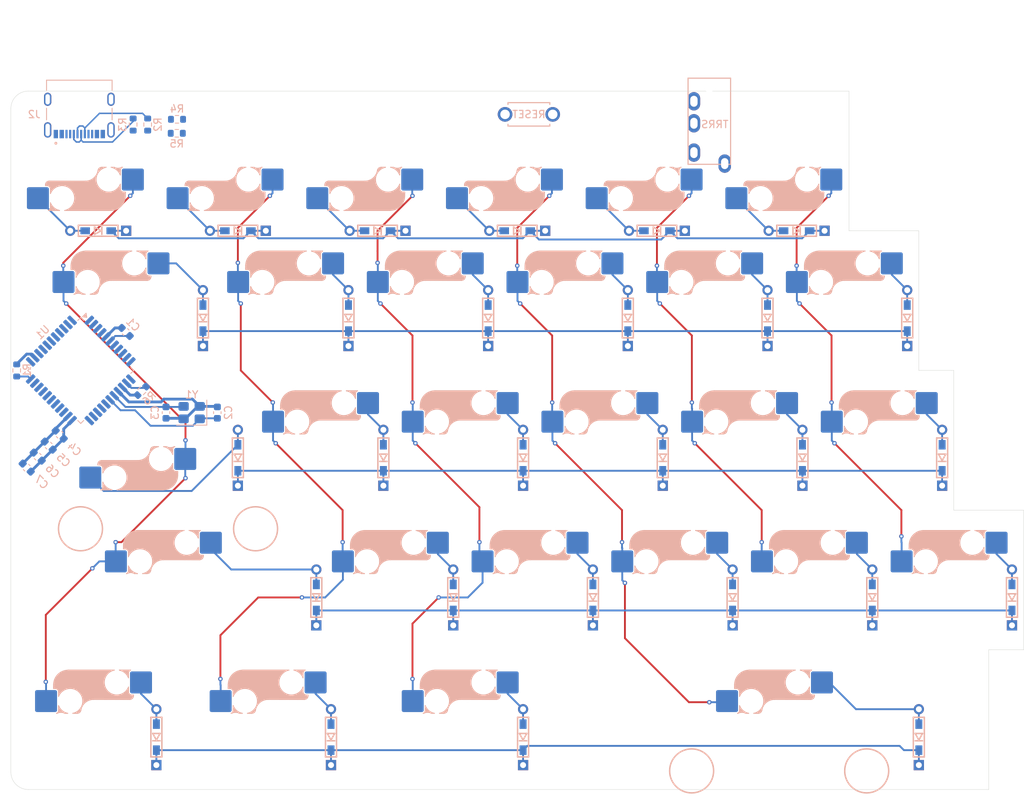
<source format=kicad_pcb>
(kicad_pcb (version 20241229) (generator "pcbnew") (generator_version "9.0")
  (layers (0 "F.Cu" signal) (2 "B.Cu" signal) (13 "F.Paste" user) (15 "B.Paste" user) (5 "F.SilkS" user "F.Silkscreen") (7 "B.SilkS" user "B.Silkscreen") (1 "F.Mask" user) (3 "B.Mask" user) (25 "Edge.Cuts" user))
  (net 0 "")
  (net 1 "GND")
  (net 2 "Net-(U1-UCAP)")
  (net 3 "XTAL1")
  (net 4 "XTAL2")
  (net 5 "VCC")
  (net 6 "Net-(D1-A)")
  (net 7 "row0")
  (net 8 "Net-(D2-A)")
  (net 9 "Net-(D3-A)")
  (net 10 "Net-(D4-A)")
  (net 11 "Net-(D5-A)")
  (net 12 "Net-(D6-A)")
  (net 13 "Net-(D7-A)")
  (net 14 "row1")
  (net 15 "Net-(D8-A)")
  (net 16 "Net-(D9-A)")
  (net 17 "Net-(D10-A)")
  (net 18 "Net-(D11-A)")
  (net 19 "Net-(D12-A)")
  (net 20 "Net-(D13-A)")
  (net 21 "row2")
  (net 22 "Net-(D14-A)")
  (net 23 "Net-(D15-A)")
  (net 24 "Net-(D16-A)")
  (net 25 "Net-(D17-A)")
  (net 26 "Net-(D18-A)")
  (net 27 "Net-(D19-A)")
  (net 28 "row3")
  (net 29 "Net-(D20-A)")
  (net 30 "Net-(D21-A)")
  (net 31 "Net-(D22-A)")
  (net 32 "Net-(D23-A)")
  (net 33 "Net-(D24-A)")
  (net 34 "Net-(D25-A)")
  (net 35 "row4")
  (net 36 "Net-(D26-A)")
  (net 37 "Net-(D27-A)")
  (net 38 "Net-(D28-A)")
  (net 41 "Reset")
  (net 44 "D-")
  (net 46 "Net-(J2-CC2)")
  (net 47 "Net-(J2-CC1)")
  (net 48 "D+")
  (net 50 "data")
  (net 51 "Net-(U1-~{HWB}{slash}PE2)")
  (net 52 "Net-(U1-D+)")
  (net 53 "Net-(U1-D-)")
  (net 54 "col0")
  (net 55 "col1")
  (net 56 "col2")
  (net 57 "col3")
  (net 58 "col4")
  (net 59 "col5")
  (footprint "keyswitch:CherryMX_Hotswap_via_3U" (layer "F.Cu") (at 188.11875 142.875)
    (property "Reference" "SW28")
    (property "Value" "Space")
  )
  (footprint "others:D3_TH_SMD" (layer "F.Cu") (at 129.38125 88.10625 90)
    (property "Reference" "D8" (hide yes))
    (property "Value" "1N4148" (hide yes))
  )
  (footprint "keyswitch:CherryMX_Hotswap_via_1U" (layer "F.Cu") (at 150.01875 66.675 180)
    (property "Reference" "SW4")
    (property "Value" "3")
  )
  (footprint "others:D3_TH_SMD" (layer "F.Cu") (at 181.76875 126.20625 90)
    (property "Reference" "D22" (hide yes))
    (property "Value" "1N4148" (hide yes))
  )
  (footprint "others:D3_TH_SMD" (layer "F.Cu") (at 191.29375 107.15625 90)
    (property "Reference" "D17" (hide yes))
    (property "Value" "1N4148" (hide yes))
  )
  (footprint "keyswitch:CherryMX_Hotswap_via_1U" (layer "F.Cu") (at 202.40625 104.775)
    (property "Reference" "SW18")
    (property "Value" "G")
  )
  (footprint "others:D3_TH_SMD" (layer "F.Cu") (at 152.4 76.2 180)
    (property "Reference" "D4" (hide yes))
    (property "Value" "1N4148" (hide yes))
  )
  (footprint "keyswitch:CherryMX_Hotswap_via_1U" (layer "F.Cu") (at 178.59375 85.725)
    (property "Reference" "SW11")
    (property "Value" "R")
  )
  (footprint "others:D3_TH_SMD" (layer "F.Cu") (at 153.19375 107.15625 90)
    (property "Reference" "D15" (hide yes))
    (property "Value" "1N4148" (hide yes))
  )
  (footprint "others:D3_TH_SMD" (layer "F.Cu") (at 127 145.25625 90)
    (property "Reference" "D26" (hide yes))
    (property "Value" "1N4148" (hide yes))
  )
  (footprint "stabilizer:Stabilizer_MX_PCB_Mount_2U" (layer "F.Cu") (at 188.11875 142.875 180)
    (property "Reference" "REF**")
    (property "Value" "Stabilizer")
  )
  (footprint "others:D3_TH_SMD" (layer "F.Cu") (at 125 126.20625 90)
    (property "Reference" "D19" (hide yes))
    (property "Value" "1N4148" (hide yes))
  )
  (footprint "others:D3_TH_SMD" (layer "F.Cu") (at 190.5 76.2 180)
    (property "Reference" "D6" (hide yes))
    (property "Value" "1N4148" (hide yes))
  )
  (footprint "keyswitch:CherryMX_Hotswap_via_1U" (layer "F.Cu") (at 169.06875 66.675 180)
    (property "Reference" "SW5")
    (property "Value" "4")
  )
  (footprint "others:D3_TH_SMD" (layer "F.Cu") (at 162.71875 126.20625 90)
    (property "Reference" "D21" (hide yes))
    (property "Value" "1N4148" (hide yes))
  )
  (footprint "keyswitch:CherryMX_Hotswap_via_1.5U" (layer "F.Cu") (at 97.63125 85.725)
    (property "Reference" "SW7")
    (property "Value" "Tab")
  )
  (footprint "keyswitch:CherryMX_Hotswap_via_1U" (layer "F.Cu") (at 173.83125 123.825)
    (property "Reference" "SW22")
    (property "Value" "C")
  )
  (footprint "others:D3_TH_SMD" (layer "F.Cu") (at 133.35 76.2 180)
    (property "Reference" "D3" (hide yes))
    (property "Value" "1N4148" (hide yes))
  )
  (footprint "others:D3_TH_SMD" (layer "F.Cu") (at 172.24375 107.15625 90)
    (property "Reference" "D16" (hide yes))
    (property "Value" "1N4148" (hide yes))
  )
  (footprint "keyswitch:CherryMX_Hotswap_via_1U" (layer "F.Cu") (at 140.49375 85.725)
    (property "Reference" "SW9")
    (property "Value" "W")
  )
  (footprint "keyswitch:CherryMX_Hotswap_via_1U" (layer "F.Cu") (at 154.78125 123.825)
    (property "Reference" "SW21")
    (property "Value" "X")
  )
  (footprint "others:D3_TH_SMD" (layer "F.Cu") (at 143.66875 126.20625 90)
    (property "Reference" "D20" (hide yes))
    (property "Value" "1N4148" (hide yes))
  )
  (footprint "others:D3_TH_SMD" (layer "F.Cu") (at 167.48125 88.10625 90)
    (property "Reference" "D10" (hide yes))
    (property "Value" "1N4148" (hide yes))
  )
  (footprint "keyswitch:CherryMX_Hotswap_via_1.75U" (layer "F.Cu") (at 100.0125 104.775 180)
    (property "Reference" "SW13")
    (property "Value" "Ctrl")
  )
  (footprint "keyswitch:CherryMX_Hotswap_via_1U" (layer "F.Cu") (at 111.91875 66.675 180)
    (property "Reference" "SW2")
    (property "Value" "1")
  )
  (footprint "keyswitch:CherryMX_Hotswap_via_1.25U" (layer "F.Cu") (at 95.25 142.875)
    (property "Reference" "SW25")
    (property "Value" "Ctrl")
  )
  (footprint "others:D3_TH_SMD" (layer "F.Cu") (at 114.3 107.15625 90)
    (property "Reference" "D13" (hide yes))
    (property "Value" "1N4148" (hide yes))
  )
  (footprint "keyswitch:CherryMX_Hotswap_via_1.5U" (layer "F.Cu") (at 145.25625 142.875)
    (property "Reference" "SW27")
    (property "Value" "Alt")
  )
  (footprint "keyswitch:CherryMX_Hotswap_via_1U" (layer "F.Cu") (at 121.44375 85.725)
    (property "Reference" "SW8")
    (property "Value" "Q")
  )
  (footprint "keyswitch:CherryMX_Hotswap_via_2.25U" (layer "F.Cu") (at 104.775 123.825)
    (property "Reference" "SW19")
    (property "Value" "L-Shift")
  )
  (footprint "keyswitch:CherryMX_Hotswap_via_1U" (layer "F.Cu") (at 192.88125 123.825)
    (property "Reference" "SW23")
    (property "Value" "V")
  )
  (footprint "others:D3_TH_SMD" (layer "F.Cu") (at 153.19375 145.25625 90)
    (property "Reference" "D27" (hide yes))
    (property "Value" "1N4148" (hide yes))
  )
  (footprint "keyswitch:CherryMX_Hotswap_via_1U" (layer "F.Cu") (at 159.54375 85.725)
    (property "Reference" "SW10")
    (property "Value" "E")
  )
  (footprint "keyswitch:CherryMX_Hotswap_via_1U" (layer "F.Cu") (at 130.96875 66.675 180)
    (property "Reference" "SW3")
    (property "Value" "2")
  )
  (footprint "keyswitch:CherryMX_Hotswap_via_1U" (layer "F.Cu") (at 164.30625 104.775)
    (property "Reference" "SW16")
    (property "Value" "D")
  )
  (footprint "keyswitch:CherryMX_Hotswap_via_1U" (layer "F.Cu") (at 183.35625 104.775)
    (property "Reference" "SW17")
    (property "Value" "F")
  )
  (footprint "others:D3_TH_SMD" (layer "F.Cu") (at 109.5375 88.10625 90)
    (property "Reference" "D7" (hide yes))
    (property "Value" "1N4148" (hide yes))
  )
  (footprint "others:D3_TH_SMD" (layer "F.Cu") (at 200.81875 126.20625 90)
    (property "Reference" "D23" (hide yes))
    (property "Value" "1N4148" (hide yes))
  )
  (footprint "keyswitch:CherryMX_Hotswap_via_1U" (layer "F.Cu") (at 92.86875 66.675 180)
    (property "Reference" "SW1")
    (property "Value" "esc")
  )
  (footprint "others:D3_TH_SMD" (layer "F.Cu") (at 210.34375 107.15625 90)
    (property "Reference" "D18" (hide yes))
    (property "Value" "1N4148" (hide yes))
  )
  (footprint "keyswitch:CherryMX_Hotswap_via_1U" (layer "F.Cu") (at 135.73125 123.825)
    (property "Reference" "SW20")
    (property "Value" "Z")
  )
  (footprint "keyswitch:CherryMX_Hotswap_via_1U" (layer "F.Cu") (at 188.11875 66.675 180)
    (property "Reference" "SW6")
    (property "Value" "5")
  )
  (footprint "keyswitch:CherryMX_Hotswap_via_1U" (layer "F.Cu") (at 126.20625 104.775)
    (property "Reference" "SW14")
    (property "Value" "A")
  )
  (footprint "others:D3_TH_SMD" (layer "F.Cu") (at 134.14375 107.15625 90)
    (property "Reference" "D14" (hide yes))
    (property "Value" "1N4148" (hide yes))
  )
  (footprint "keyswitch:CherryMX_Hotswap_via_1U" (layer "F.Cu") (at 197.64375 85.725)
    (property "Reference" "SW12")
    (property "Value" "T")
  )
  (footprint "others:D3_TH_SMD" (layer "F.Cu") (at 148.43125 88.10625 90)
    (property "Reference" "D9" (hide yes))
    (property "Value" "1N4148" (hide yes))
  )
  (footprint "others:D3_TH_SMD" (layer "F.Cu") (at 171.45 76.2 180)
    (property "Reference" "D5" (hide yes))
    (property "Value" "1N4148" (hide yes))
  )
  (footprint "others:D3_TH_SMD" (layer "F.Cu") (at 186.53125 88.10625 90)
    (property "Reference" "D11" (hide yes))
    (property "Value" "1N4148" (hide yes))
  )
  (footprint "keyswitch:CherryMX_Hotswap_via_1.25U" (layer "F.Cu") (at 119.0625 142.875)
    (property "Reference" "SW26")
    (property "Value" "Win")
  )
  (footprint "keyswitch:CherryMX_Hotswap_via_1U" (layer "F.Cu") (at 145.25625 104.775)
    (property "Reference" "SW15")
    (property "Value" "S")
  )
  (footprint "stabilizer:Stabilizer_MX_PCB_Mount_2U" (layer "F.Cu") (at 104.775 123.825)
    (property "Reference" "REF**")
    (property "Value" "Stabilizer")
  )
  (footprint "others:D3_TH_SMD" (layer "F.Cu") (at 219.86875 126.20625 90)
    (property "Reference" "D24" (hide yes))
    (property "Value" "1N4148" (hide yes))
  )
  (footprint "keyswitch:CherryMX_Hotswap_via_1U" (layer "F.Cu") (at 211.93125 123.825)
    (property "Reference" "SW24")
    (property "Value" "B")
  )
  (footprint "others:D3_TH_SMD" (layer "F.Cu") (at 95.25 76.2 180)
    (property "Reference" "D1" (hide yes))
    (property "Value" "1N4148" (hide yes))
  )
  (footprint "others:D3_TH_SMD" (layer "F.Cu") (at 103.1875 145.25625 90)
    (property "Reference" "D25" (hide yes))
    (property "Value" "1N4148" (hide yes))
  )
  (footprint "others:D3_TH_SMD" (layer "F.Cu") (at 205.58125 88.10625 90)
    (property "Reference" "D12" (hide yes))
    (property "Value" "1N4148" (hide yes))
  )
  (footprint "others:D3_TH_SMD" (layer "F.Cu") (at 207.16875 145.25625 90)
    (property "Reference" "D28" (hide yes))
    (property "Value" "1N4148" (hide yes))
  )
  (footprint "others:D3_TH_SMD" (layer "F.Cu") (at 114.3 76.2 180)
    (property "Reference" "D2" (hide yes))
    (property "Value" "1N4148" (hide yes))
  )
  (footprint "Capacitor_SMD:C_0603_1608Metric" (layer "B.Cu") (at 104.5 101 90)
    (property "Reference" "C3")
    (property "Value" "22pF")
  )
  (footprint "Capacitor_SMD:C_0603_1608Metric" (layer "B.Cu") (at 111.5 101 -90)
    (property "Reference" "C2")
    (property "Value" "22pF")
  )
  (footprint "Resistor_SMD:R_0603_1608Metric" (layer "B.Cu") (at 106 61 180)
    (property "Reference" "R4")
    (property "Value" "5.1k")
  )
  (footprint "Resistor_SMD:R_0603_1608Metric" (layer "B.Cu") (at 101.997132 61.714218 -90)
    (property "Reference" "R2")
    (property "Value" "22")
  )
  (footprint "Resistor_SMD:R_0603_1608Metric" (layer "B.Cu") (at 84.137712 95.25024 90)
    (property "Reference" "R1")
    (property "Value" "10k")
  )
  (footprint "Crystal:Crystal_SMD_3225-4Pin_3.2x2.5mm" (layer "B.Cu") (at 108 101 180)
    (property "Reference" "Y1")
    (property "Value" "16MHz")
  )
  (footprint "others:Usb_C_NELTRON_5077CR-16SMC2-BK-TR" (layer "B.Cu") (at 92.67825 61.945776)
    (property "Reference" "J2")
    (property "Value" "5077CR-16SMC2-BK-TR")
  )
  (footprint "Capacitor_SMD:C_0603_1608Metric" (layer "B.Cu") (at 88.5 105.5 -45)
    (property "Reference" "C5")
    (property "Value" "0.1uF")
  )
  (footprint "Capacitor_SMD:C_0603_1608Metric" (layer "B.Cu") (at 87 107 -45)
    (property "Reference" "C6")
    (property "Value" "0.1uF")
  )
  (footprint "Resistor_SMD:R_0603_1608Metric" (layer "B.Cu") (at 100.012752 61.714218 -90)
    (property "Reference" "R3")
    (property "Value" "22")
  )
  (footprint "Capacitor_SMD:C_0603_1608Metric" (layer "B.Cu") (at 90 104 -45)
    (property "Reference" "C4")
    (property "Value" "10uF")
  )
  (footprint "Resistor_SMD:R_0603_1608Metric" (layer "B.Cu") (at 101.203125 98.028125 45)
    (property "Reference" "R6")
    (property "Value" "10k")
  )
  (footprint "Package_QFP:TQFP-44_10x10mm_P0.8mm" (layer "B.Cu") (at 92.86875 95.25 -135)
    (property "Reference" "U1")
    (property "Value" "ATmega32U4-A")
  )
  (footprint "Capacitor_SMD:C_0603_1608Metric" (layer "B.Cu") (at 99 90 -45)
    (property "Reference" "C1")
    (property "Value" "1uF")
  )
  (footprint "Resistor_SMD:R_0603_1608Metric" (layer "B.Cu") (at 105.965892 62.904846)
    (property "Reference" "R5")
    (property "Value" "5.1k")
  )
  (footprint "Capacitor_SMD:C_0603_1608Metric" (layer "B.Cu") (at 85.5 108.5 -45)
    (property "Reference" "C7")
    (property "Value" "0.1uF")
  )
  (footprint "others:ResetSW" (layer "B.Cu") (at 153.9875 60.325 180)
    (property "Reference" "SW29" (hide yes))
    (property "Value" "Reset SW")
  )
  (footprint "others:MJ-4PP-9" (layer "B.Cu") (at 178.5942 55.23921 180)
    (property "Reference" "J4")
    (property "Value" "MJ-4PP-9" (hide yes))
  )
  (gr_line (start 211.93125 95.25) (end 207.16875 95.25) (stroke (width 0.05)) (layer "Edge.Cuts"))
  (gr_line (start 216.69375 133.35) (end 221.45625 133.35) (stroke (width 0.05)) (layer "Edge.Cuts"))
  (gr_line (start 85.725 152.4) (end 216.69375 152.4) (stroke (width 0.05)) (layer "Edge.Cuts"))
  (gr_line (start 221.45625 133.35) (end 221.45625 114.3) (stroke (width 0.05)) (layer "Edge.Cuts"))
  (gr_line (start 83.34375 59.53125) (end 83.34375 150.01875) (stroke (width 0.05)) (layer "Edge.Cuts"))
  (gr_line (start 197.64375 76.2) (end 197.644248 57.150144) (stroke (width 0.05)) (layer "Edge.Cuts"))
  (gr_line (start 216.69375 152.4) (end 216.69375 133.35) (stroke (width 0.05)) (layer "Edge.Cuts"))
  (gr_line (start 221.45625 114.3) (end 211.93125 114.3) (stroke (width 0.05)) (layer "Edge.Cuts"))
  (gr_line (start 207.16875 76.2) (end 197.64375 76.2) (stroke (width 0.05)) (layer "Edge.Cuts"))
  (gr_line (start 207.16875 95.25) (end 207.16875 76.2) (stroke (width 0.05)) (layer "Edge.Cuts"))
  (gr_arc (start 83.34375 59.53125) (mid 84.046667 57.842005) (end 85.740431 57.15005) (stroke (width 0.05)) (layer "Edge.Cuts"))
  (gr_arc (start 85.725 152.4) (mid 84.041202 151.702548) (end 83.34375 150.01875) (stroke (width 0.05)) (layer "Edge.Cuts"))
  (gr_line (start 197.644248 57.150144) (end 85.746822 57.15005) (stroke (width 0.05)) (layer "Edge.Cuts"))
  (gr_line (start 211.93125 114.3) (end 211.93125 95.25) (stroke (width 0.05)) (layer "Edge.Cuts"))
  (segment (start 97.535387 89.451992) (end 96.307057 90.680322) (width 0.381) (layer "B.Cu") (net 1))
  (segment (start 108.1085 99.1585) (end 109.1 100.15) (width 0.381) (layer "B.Cu") (net 1))
  (segment (start 90.548008 104.548008) (end 90.548008 103.227596) (width 0.381) (layer "B.Cu") (net 1))
  (segment (start 109.1 100.15) (end 111.425 100.15) (width 0.381) (layer "B.Cu") (net 1))
  (segment (start 104.5 101.775) (end 106.825 101.775) (width 0.381) (layer "B.Cu") (net 1))
  (segment (start 107.125 101.85) (end 108.825 100.15) (width 0.381) (layer "B.Cu") (net 1))
  (segment (start 99.424274 99.542782) (end 103.82912 99.542782) (width 0.381) (layer "B.Cu") (net 1))
  (segment (start 106.9 101.85) (end 107.125 101.85) (width 0.381) (layer "B.Cu") (net 1))
  (segment (start 90.548008 103.227596) (end 91.693185 102.082419) (width 0.381) (layer "B.Cu") (net 1))
  (segment (start 98.004113 98.122621) (end 99.424274 99.542782) (width 0.381) (layer "B.Cu") (net 1))
  (segment (start 86.114516 93.02125) (end 86.602016 93.50875) (width 0.381) (layer "B.Cu") (net 1))
  (segment (start 106.825 101.775) (end 106.9 101.85) (width 0.381) (layer "B.Cu") (net 1))
  (segment (start 86.048008 109.048008) (end 87.548008 107.548008) (width 0.381) (layer "B.Cu") (net 1))
  (segment (start 85.492868 93.02125) (end 86.114516 93.02125) (width 0.381) (layer "B.Cu") (net 1))
  (segment (start 84.137712 94.376406) (end 85.492868 93.02125) (width 0.381) (layer "B.Cu") (net 1))
  (segment (start 104.213402 99.1585) (end 108.1085 99.1585) (width 0.381) (layer "B.Cu") (net 1))
  (segment (start 108.825 100.15) (end 109.1 100.15) (width 0.381) (layer "B.Cu") (net 1))
  (segment (start 84.137712 94.42524) (end 84.137712 94.376406) (width 0.381) (layer "B.Cu") (net 1))
  (segment (start 98.451992 89.451992) (end 97.535387 89.451992) (width 0.381) (layer "B.Cu") (net 1))
  (segment (start 111.425 100.15) (end 111.5 100.225) (width 0.381) (layer "B.Cu") (net 1))
  (segment (start 103.82912 99.542782) (end 104.213402 99.1585) (width 0.381) (layer "B.Cu") (net 1))
  (segment (start 89.048008 106.048008) (end 90.548008 104.548008) (width 0.381) (layer "B.Cu") (net 1))
  (segment (start 87.548008 107.548008) (end 89.048008 106.048008) (width 0.381) (layer "B.Cu") (net 1))
  (segment (start 97.570742 90.548008) (end 99.548008 90.548008) (width 0.254) (layer "B.Cu") (net 2))
  (segment (start 96.872742 91.246008) (end 97.570742 90.548008) (width 0.254) (layer "B.Cu") (net 2))
  (segment (start 108.159375 102.790625) (end 102.39375 102.790625) (width 0.254) (layer "B.Cu") (net 3))
  (segment (start 111.5 101.775) (end 109.175 101.775) (width 0.254) (layer "B.Cu") (net 3))
  (segment (start 109.175 101.775) (end 109.1 101.85) (width 0.254) (layer "B.Cu") (net 3))
  (segment (start 100.283125 100.68) (end 98.29875 100.68) (width 0.254) (layer "B.Cu") (net 3))
  (segment (start 109.1 101.85) (end 108.159375 102.790625) (width 0.254) (layer "B.Cu") (net 3))
  (segment (start 102.39375 102.790625) (end 100.283125 100.68) (width 0.254) (layer "B.Cu") (net 3))
  (segment (start 98.29875 100.68) (end 96.872742 99.253992) (width 0.254) (layer "B.Cu") (net 3))
  (segment (start 106.825 100.225) (end 106.9 100.15) (width 0.254) (layer "B.Cu") (net 4))
  (segment (start 98.975121 100.225) (end 97.438428 98.688307) (width 0.254) (layer "B.Cu") (net 4))
  (segment (start 104.5 100.225) (end 106.825 100.225) (width 0.254) (layer "B.Cu") (net 4))
  (segment (start 104.5 100.225) (end 98.975121 100.225) (width 0.254) (layer "B.Cu") (net 4))
  (segment (start 86.451992 106.451992) (end 84.951992 107.951992) (width 0.381) (layer "B.Cu") (net 5))
  (segment (start 89.451992 103.192242) (end 91.1275 101.516734) (width 0.381) (layer "B.Cu") (net 5))
  (segment (start 89.451992 103.451992) (end 89.451992 103.192242) (width 0.381) (layer "B.Cu") (net 5))
  (segment (start 89.451992 103.451992) (end 87.951992 104.951992) (width 0.381) (layer "B.Cu") (net 5))
  (segment (start 100.619762 98.611488) (end 99.62435 98.611488) (width 0.381) (layer "B.Cu") (net 5))
  (segment (start 99.62435 98.611488) (end 98.569798 97.556936) (width 0.381) (layer "B.Cu") (net 5))
  (segment (start 87.951992 104.951992) (end 86.451992 106.451992) (width 0.381) (layer "B.Cu") (net 5))
  (segment (start 87.02875 71.78875) (end 91.44 76.2) (width 0.254) (layer "B.Cu") (net 6))
  (segment (start 93.475 76.2) (end 91.44 76.2) (width 0.254) (layer "B.Cu") (net 6))
  (segment (start 87.02875 71.755) (end 87.02875 71.78875) (width 0.254) (layer "B.Cu") (net 6))
  (segment (start 117.1015 77.2265) (end 134.0985 77.2265) (width 0.254) (layer "B.Cu") (net 7))
  (segment (start 155.365625 77.390625) (end 172.034375 77.390625) (width 0.254) (layer "B.Cu") (net 7))
  (segment (start 174.2515 77.2265) (end 191.2485 77.2265) (width 0.254) (layer "B.Cu") (net 7))
  (segment (start 116.075 76.2) (end 117.1015 77.2265) (width 0.254) (layer "B.Cu") (net 7))
  (segment (start 115.0485 77.2265) (end 116.075 76.2) (width 0.254) (layer "B.Cu") (net 7))
  (segment (start 191.2485 77.2265) (end 192.275 76.2) (width 0.254) (layer "B.Cu") (net 7))
  (segment (start 154.175 76.2) (end 156.21 76.2) (width 0.254) (layer "B.Cu") (net 7))
  (segment (start 172.034375 77.390625) (end 173.225 76.2) (width 0.254) (layer "B.Cu") (net 7))
  (segment (start 134.0985 77.2265) (end 135.125 76.2) (width 0.254) (layer "B.Cu") (net 7))
  (segment (start 192.275 76.2) (end 194.31 76.2) (width 0.254) (layer "B.Cu") (net 7))
  (segment (start 97.025 76.2) (end 98.0515 77.2265) (width 0.254) (layer "B.Cu") (net 7))
  (segment (start 116.075 76.2) (end 118.11 76.2) (width 0.254) (layer "B.Cu") (net 7))
  (segment (start 135.125 76.2) (end 137.16 76.2) (width 0.254) (layer "B.Cu") (net 7))
  (segment (start 98.0515 77.2265) (end 115.0485 77.2265) (width 0.254) (layer "B.Cu") (net 7))
  (segment (start 97.025 76.2) (end 99.06 76.2) (width 0.254) (layer "B.Cu") (net 7))
  (segment (start 173.225 76.2) (end 175.26 76.2) (width 0.254) (layer "B.Cu") (net 7))
  (segment (start 153.1485 77.2265) (end 154.175 76.2) (width 0.254) (layer "B.Cu") (net 7))
  (segment (start 154.175 76.2) (end 155.365625 77.390625) (width 0.254) (layer "B.Cu") (net 7))
  (segment (start 135.125 76.2) (end 136.1515 77.2265) (width 0.254) (layer "B.Cu") (net 7))
  (segment (start 136.1515 77.2265) (end 153.1485 77.2265) (width 0.254) (layer "B.Cu") (net 7))
  (segment (start 173.225 76.2) (end 174.2515 77.2265) (width 0.254) (layer "B.Cu") (net 7))
  (segment (start 110.49 76.2) (end 112.525 76.2) (width 0.254) (layer "B.Cu") (net 8))
  (segment (start 106.07875 71.78875) (end 110.49 76.2) (width 0.254) (layer "B.Cu") (net 8))
  (segment (start 106.07875 71.755) (end 106.07875 71.78875) (width 0.254) (layer "B.Cu") (net 8))
  (segment (start 125.12875 71.78875) (end 129.54 76.2) (width 0.254) (layer "B.Cu") (net 9))
  (segment (start 125.12875 71.755) (end 125.12875 71.78875) (width 0.254) (layer "B.Cu") (net 9))
  (segment (start 129.54 76.2) (end 131.575 76.2) (width 0.254) (layer "B.Cu") (net 9))
  (segment (start 144.17875 71.755) (end 144.17875 71.78875) (width 0.254) (layer "B.Cu") (net 10))
  (segment (start 144.17875 71.78875) (end 148.59 76.2) (width 0.254) (layer "B.Cu") (net 10))
  (segment (start 148.59 76.2) (end 150.625 76.2) (width 0.254) (layer "B.Cu") (net 10))
  (segment (start 163.22875 71.78875) (end 167.64 76.2) (width 0.254) (layer "B.Cu") (net 11))
  (segment (start 163.22875 71.755) (end 163.22875 71.78875) (width 0.254) (layer "B.Cu") (net 11))
  (segment (start 167.64 76.2) (end 169.675 76.2) (width 0.254) (layer "B.Cu") (net 11))
  (segment (start 182.27875 71.78875) (end 186.69 76.2) (width 0.254) (layer "B.Cu") (net 12))
  (segment (start 182.27875 71.755) (end 182.27875 71.78875) (width 0.254) (layer "B.Cu") (net 12))
  (segment (start 188.725 76.2) (end 186.69 76.2) (width 0.254) (layer "B.Cu") (net 12))
  (segment (start 109.5375 84.29625) (end 109.5375 86.33125) (width 0.254) (layer "B.Cu") (net 13))
  (segment (start 103.47125 80.645) (end 105.88625 80.645) (width 0.254) (layer "B.Cu") (net 13))
  (segment (start 105.88625 80.645) (end 109.5375 84.29625) (width 0.254) (layer "B.Cu") (net 13))
  (segment (start 167.48125 89.88125) (end 186.53125 89.88125) (width 0.254) (layer "B.Cu") (net 14))
  (segment (start 129.38125 89.88125) (end 129.38125 91.91625) (width 0.254) (layer "B.Cu") (net 14))
  (segment (start 186.53125 91.91625) (end 186.53125 89.88125) (width 0.254) (layer "B.Cu") (net 14))
  (segment (start 109.5375 89.88125) (end 129.38125 89.88125) (width 0.254) (layer "B.Cu") (net 14))
  (segment (start 205.58125 89.88125) (end 205.58125 91.91625) (width 0.254) (layer "B.Cu") (net 14))
  (segment (start 129.38125 89.88125) (end 148.43125 89.88125) (width 0.254) (layer "B.Cu") (net 14))
  (segment (start 186.53125 89.88125) (end 205.58125 89.88125) (width 0.254) (layer "B.Cu") (net 14))
  (segment (start 109.5375 89.88125) (end 109.5375 91.91625) (width 0.254) (layer "B.Cu") (net 14))
  (segment (start 167.48125 89.88125) (end 167.48125 91.91625) (width 0.254) (layer "B.Cu") (net 14))
  (segment (start 148.43125 89.88125) (end 167.48125 89.88125) (width 0.254) (layer "B.Cu") (net 14))
  (segment (start 148.43125 89.88125) (end 148.43125 91.91625) (width 0.254) (layer "B.Cu") (net 14))
  (segment (start 127.28375 80.645) (end 127.28375 82.19875) (width 0.254) (layer "B.Cu") (net 15))
  (segment (start 127.28375 82.19875) (end 129.38125 84.29625) (width 0.254) (layer "B.Cu") (net 15))
  (segment (start 129.38125 84.29625) (end 129.38125 86.33125) (width 0.254) (layer "B.Cu") (net 15))
  (segment (start 146.33375 82.19875) (end 148.43125 84.29625) (width 0.254) (layer "B.Cu") (net 16))
  (segment (start 146.33375 80.645) (end 146.33375 82.19875) (width 0.254) (layer "B.Cu") (net 16))
  (segment (start 148.43125 84.29625) (end 148.43125 86.33125) (width 0.254) (layer "B.Cu") (net 16))
  (segment (start 165.38375 80.645) (end 165.38375 82.19875) (width 0.254) (layer "B.Cu") (net 17))
  (segment (start 165.38375 82.19875) (end 167.48125 84.29625) (width 0.254) (layer "B.Cu") (net 17))
  (segment (start 167.48125 84.29625) (end 167.48125 86.33125) (width 0.254) (layer "B.Cu") (net 17))
  (segment (start 186.53125 84.29625) (end 186.53125 86.33125) (width 0.254) (layer "B.Cu") (net 18))
  (segment (start 184.43375 80.645) (end 184.43375 82.19875) (width 0.254) (layer "B.Cu") (net 18))
  (segment (start 184.43375 82.19875) (end 186.53125 84.29625) (width 0.254) (layer "B.Cu") (net 18))
  (segment (start 205.58125 84.29625) (end 205.58125 86.33125) (width 0.254) (layer "B.Cu") (net 19))
  (segment (start 203.48375 80.645) (end 203.48375 82.19875) (width 0.254) (layer "B.Cu") (net 19))
  (segment (start 203.48375 82.19875) (end 205.58125 84.29625) (width 0.254) (layer "B.Cu") (net 19))
  (segment (start 114.3 103.34625) (end 114.3 105.38125) (width 0.254) (layer "B.Cu") (net 20))
  (segment (start 94.1725 109.855) (end 96.0005 111.683) (width 0.254) (layer "B.Cu") (net 20))
  (segment (start 96.0005 111.683) (end 107.99825 111.683) (width 0.254) (layer "B.Cu") (net 20))
  (segment (start 107.99825 111.683) (end 114.3 105.38125) (width 0.254) (layer "B.Cu") (net 20))
  (segment (start 153.19375 108.93125) (end 172.24375 108.93125) (width 0.254) (layer "B.Cu") (net 21))
  (segment (start 134.14375 108.93125) (end 153.19375 108.93125) (width 0.254) (layer "B.Cu") (net 21))
  (segment (start 210.34375 108.93125) (end 210.34375 110.96625) (width 0.254) (layer "B.Cu") (net 21))
  (segment (start 134.14375 108.93125) (end 134.14375 110.96625) (width 0.254) (layer "B.Cu") (net 21))
  (segment (start 114.3 108.93125) (end 114.3 110.96625) (width 0.254) (layer "B.Cu") (net 21))
  (segment (start 191.29375 108.93125) (end 210.34375 108.93125) (width 0.254) (layer "B.Cu") (net 21))
  (segment (start 191.29375 108.93125) (end 191.29375 110.96625) (width 0.254) (layer "B.Cu") (net 21))
  (segment (start 153.19375 110.96625) (end 153.19375 108.93125) (width 0.254) (layer "B.Cu") (net 21))
  (segment (start 172.24375 108.93125) (end 172.24375 110.96625) (width 0.254) (layer "B.Cu") (net 21))
  (segment (start 172.24375 108.93125) (end 191.29375 108.93125) (width 0.254) (layer "B.Cu") (net 21))
  (segment (start 114.3 108.93125) (end 134.14375 108.93125) (width 0.254) (layer "B.Cu") (net 21))
  (segment (start 132.04625 99.695) (end 132.04625 101.24875) (width 0.254) (layer "B.Cu") (net 22))
  (segment (start 132.04625 101.24875) (end 134.14375 103.34625) (width 0.254) (layer "B.Cu") (net 22))
  (segment (start 134.14375 103.34625) (end 134.14375 105.38125) (width 0.254) (layer "B.Cu") (net 22))
  (segment (start 151.09625 99.695) (end 151.09625 101.24875) (width 0.254) (layer "B.Cu") (net 23))
  (segment (start 151.09625 101.24875) (end 153.19375 103.34625) (width 0.254) (layer "B.Cu") (net 23))
  (segment (start 153.19375 103.34625) (end 153.19375 105.38125) (width 0.254) (layer "B.Cu") (net 23))
  (segment (start 170.14625 99.695) (end 170.14625 101.24875) (width 0.254) (layer "B.Cu") (net 24))
  (segment (start 170.14625 101.24875) (end 172.24375 103.34625) (width 0.254) (layer "B.Cu") (net 24))
  (segment (start 172.24375 103.34625) (end 172.24375 105.38125) (width 0.254) (layer "B.Cu") (net 24))
  (segment (start 191.29375 103.34625) (end 191.29375 105.38125) (width 0.254) (layer "B.Cu") (net 25))
  (segment (start 189.19625 99.695) (end 189.19625 101.24875) (width 0.254) (layer "B.Cu") (net 25))
  (segment (start 189.19625 101.24875) (end 191.29375 103.34625) (width 0.254) (layer "B.Cu") (net 25))
  (segment (start 208.24625 99.695) (end 208.24625 101.24875) (width 0.254) (layer "B.Cu") (net 26))
  (segment (start 208.24625 101.24875) (end 210.34375 103.34625) (width 0.254) (layer "B.Cu") (net 26))
  (segment (start 210.34375 103.34625) (end 210.34375 105.38125) (width 0.254) (layer "B.Cu") (net 26))
  (segment (start 125 124.43125) (end 125 122.39625) (width 0.254) (layer "B.Cu") (net 27))
  (segment (start 110.615 118.745) (end 110.615 119.615) (width 0.254) (layer "B.Cu") (net 27))
  (segment (start 110.615 119.615) (end 113.39625 122.39625) (width 0.254) (layer "B.Cu") (net 27))
  (segment (start 113.39625 122.39625) (end 125 122.39625) (width 0.254) (layer "B.Cu") (net 27))
  (segment (start 162.71875 130.01625) (end 162.71875 127.98125) (width 0.254) (layer "B.Cu") (net 28))
  (segment (start 181.76875 127.98125) (end 200.81875 127.98125) (width 0.254) (layer "B.Cu") (net 28))
  (segment (start 143.66875 127.98125) (end 162.71875 127.98125) (width 0.254) (layer "B.Cu") (net 28))
  (segment (start 200.81875 127.98125) (end 200.81875 130.01625) (width 0.254) (layer "B.Cu") (net 28))
  (segment (start 162.71875 127.98125) (end 181.76875 127.98125) (width 0.254) (layer "B.Cu") (net 28))
  (segment (start 143.66875 127.98125) (end 143.66875 130.01625) (width 0.254) (layer "B.Cu") (net 28))
  (segment (start 125 127.98125) (end 125 130.01625) (width 0.254) (layer "B.Cu") (net 28))
  (segment (start 125 127.98125) (end 143.66875 127.98125) (width 0.254) (layer "B.Cu") (net 28))
  (segment (start 200.81875 127.98125) (end 219.86875 127.98125) (width 0.254) (layer "B.Cu") (net 28))
  (segment (start 181.76875 127.98125) (end 181.76875 130.01625) (width 0.254) (layer "B.Cu") (net 28))
  (segment (start 219.86875 127.98125) (end 219.86875 130.01625) (width 0.254) (layer "B.Cu") (net 28))
  (segment (start 141.57125 120.29875) (end 143.66875 122.39625) (width 0.254) (layer "B.Cu") (net 29))
  (segment (start 143.66875 122.39625) (end 143.66875 124.43125) (width 0.254) (layer "B.Cu") (net 29))
  (segment (start 141.57125 118.745) (end 141.57125 120.29875) (width 0.254) (layer "B.Cu") (net 29))
  (segment (start 162.71875 124.43125) (end 162.71875 122.39625) (width 0.254) (layer "B.Cu") (net 30))
  (segment (start 160.62125 120.29875) (end 162.71875 122.39625) (width 0.254) (layer "B.Cu") (net 30))
  (segment (start 160.62125 118.745) (end 160.62125 120.29875) (width 0.254) (layer "B.Cu") (net 30))
  (segment (start 179.67125 118.745) (end 179.67125 120.29875) (width 0.254) (layer "B.Cu") (net 31))
  (segment (start 181.76875 122.39625) (end 181.76875 124.43125) (width 0.254) (layer "B.Cu") (net 31))
  (segment (start 179.67125 120.29875) (end 181.76875 122.39625) (width 0.254) (layer "B.Cu") (net 31))
  (segment (start 198.72125 118.745) (end 198.72125 120.29875) (width 0.254) (layer "B.Cu") (net 32))
  (segment (start 200.81875 122.39625) (end 200.81875 124.43125) (width 0.254) (layer "B.Cu") (net 32))
  (segment (start 198.72125 120.29875) (end 200.81875 122.39625) (width 0.254) (layer "B.Cu") (net 32))
  (segment (start 217.77125 120.29875) (end 219.86875 122.39625) (width 0.254) (layer "B.Cu") (net 33))
  (segment (start 217.77125 118.745) (end 217.77125 120.29875) (width 0.254) (layer "B.Cu") (net 33))
  (segment (start 219.86875 122.39625) (end 219.86875 124.43125) (width 0.254) (layer "B.Cu") (net 33))
  (segment (start 101.09 137.795) (end 101.09 139.34875) (width 0.254) (layer "B.Cu") (net 34))
  (segment (start 103.1875 143.48125) (end 103.1875 141.44625) (width 0.254) (layer "B.Cu") (net 34))
  (segment (start 101.09 139.34875) (end 103.1875 141.44625) (width 0.254) (layer "B.Cu") (net 34))
  (segment (start 127 147.03125) (end 153.19375 147.03125) (width 0.254) (layer "B.Cu") (net 35))
  (segment (start 205.13375 147.03125) (end 207.16875 147.03125) (width 0.254) (layer "B.Cu") (net 35))
  (segment (start 127 147.03125) (end 127 149.06625) (width 0.254) (layer "B.Cu") (net 35))
  (segment (start 103.1875 147.03125) (end 103.1875 149.06625) (width 0.254) (layer "B.Cu") (net 35))
  (segment (start 103.1875 147.03125) (end 127 147.03125) (width 0.254) (layer "B.Cu") (net 35))
  (segment (start 207.16875 147.03125) (end 207.16875 149.06625) (width 0.254) (layer "B.Cu") (net 35))
  (segment (start 153.19375 147.03125) (end 153.19375 149.06625) (width 0.254) (layer "B.Cu") (net 35))
  (segment (start 153.778125 146.446875) (end 204.549375 146.446875) (width 0.254) (layer "B.Cu") (net 35))
  (segment (start 204.549375 146.446875) (end 205.13375 147.03125) (width 0.254) (layer "B.Cu") (net 35))
  (segment (start 153.19375 147.03125) (end 153.778125 146.446875) (width 0.254) (layer "B.Cu") (net 35))
  (segment (start 124.9025 139.34875) (end 127 141.44625) (width 0.254) (layer "B.Cu") (net 36))
  (segment (start 124.9025 137.795) (end 124.9025 139.34875) (width 0.254) (layer "B.Cu") (net 36))
  (segment (start 127 143.48125) (end 127 141.44625) (width 0.254) (layer "B.Cu") (net 36))
  (segment (start 151.09625 137.795) (end 151.09625 139.34875) (width 0.254) (layer "B.Cu") (net 37))
  (segment (start 151.09625 139.34875) (end 153.19375 141.44625) (width 0.254) (layer "B.Cu") (net 37))
  (segment (start 153.19375 143.48125) (end 153.19375 141.44625) (width 0.254) (layer "B.Cu") (net 37))
  (segment (start 207.16875 141.44625) (end 198.59625 141.44625) (width 0.254) (layer "B.Cu") (net 38))
  (segment (start 198.59625 141.44625) (end 194.945 137.795) (width 0.254) (layer "B.Cu") (net 38))
  (segment (start 207.16875 141.44625) (end 207.16875 143.48125) (width 0.254) (layer "B.Cu") (net 38))
  (segment (start 194.945 137.795) (end 193.95875 137.795) (width 0.254) (layer "B.Cu") (net 38))
  (segment (start 99.135484 96.99125) (end 99.77573 97.631496) (width 0.254) (layer "B.Cu") (net 41))
  (segment (start 99.77573 97.631496) (end 101.599754 97.631496) (width 0.254) (layer "B.Cu") (net 41))
  (segment (start 101.599754 97.631496) (end 101.786488 97.444762) (width 0.254) (layer "B.Cu") (net 41))
  (segment (start 91.92825 63.010776) (end 91.92825 63.750054) (width 0.2) (layer "B.Cu") (net 44))
  (segment (start 100.012752 60.889218) (end 100.012752 61.286094) (width 0.2) (layer "B.Cu") (net 44))
  (segment (start 93.185948 64.095474) (end 97.203372 64.095474) (width 0.2) (layer "B.Cu") (net 44))
  (segment (start 92.27367 64.095474) (end 92.670552 64.095474) (width 0.2) (layer "B.Cu") (net 44))
  (segment (start 91.92825 63.750054) (end 92.27367 64.095474) (width 0.2) (layer "B.Cu") (net 44))
  (segment (start 92.92825 63.837776) (end 93.185948 64.095474) (width 0.2) (layer "B.Cu") (net 44))
  (segment (start 92.92825 63.837776) (end 92.92825 63.010776) (width 0.2) (layer "B.Cu") (net 44))
  (segment (start 100.012752 61.286094) (end 97.203372 64.095474) (width 0.2) (layer "B.Cu") (net 44))
  (segment (start 92.670552 64.095474) (end 92.92825 63.837776) (width 0.2) (layer "B.Cu") (net 44))
  (segment (start 101.997132 60.889218) (end 101.296132 60.188218) (width 0.2) (layer "B.Cu") (net 48))
  (segment (start 92.69937 61.912656) (end 93.15713 61.912656) (width 0.2) (layer "B.Cu") (net 48))
  (segment (start 92.42825 63.010776) (end 92.42825 62.183776) (width 0.2) (layer "B.Cu") (net 48))
  (segment (start 92.42825 62.183776) (end 92.69937 61.912656) (width 0.2) (layer "B.Cu") (net 48))
  (segment (start 95.423808 60.188218) (end 93.42825 62.183776) (width 0.2) (layer "B.Cu") (net 48))
  (segment (start 93.42825 62.183776) (end 93.42825 63.010776) (width 0.2) (layer "B.Cu") (net 48))
  (segment (start 101.296132 60.188218) (end 95.423808 60.188218) (width 0.2) (layer "B.Cu") (net 48))
  (segment (start 93.15713 61.912656) (end 93.42825 62.183776) (width 0.2) (layer "B.Cu") (net 48))
  (segment (start 84.137712 96.07524) (end 85.686006 96.07524) (width 0.254) (layer "B.Cu") (net 51))
  (segment (start 85.686006 96.07524) (end 86.036331 96.425565) (width 0.254) (layer "B.Cu") (net 51))
  (segment (start 90.884375 86.121875) (end 107.15625 102.39375) (width 0.254) (layer "F.Cu") (net 54))
  (segment (start 107.15625 102.39375) (end 107.15625 104.775) (width 0.254) (layer "F.Cu") (net 54))
  (segment (start 99.615625 71.4375) (end 90.4875 80.565625) (width 0.254) (layer "F.Cu") (net 54))
  (segment (start 107.15625 109.934375) (end 98.425 118.665625) (width 0.254) (layer "F.Cu") (net 54))
  (segment (start 94.45625 122.2375) (end 88.10625 128.5875) (width 0.254) (layer "F.Cu") (net 54))
  (segment (start 88.10625 128.5875) (end 88.10625 137.715625) (width 0.254) (layer "F.Cu") (net 54))
  (segment (start 90.4875 80.565625) (end 90.4875 80.9625) (width 0.254) (layer "F.Cu") (net 54))
  (segment (start 98.425 118.665625) (end 97.63125 118.665625) (width 0.254) (layer "F.Cu") (net 54))
  (via (at 88.10625 137.715625) (size 0.6) (drill 0.3) (layers "F.Cu" "B.Cu") (net 54))
  (via (at 107.15625 109.934375) (size 0.6) (drill 0.3) (layers "F.Cu" "B.Cu") (net 54))
  (via (at 107.15625 104.775) (size 0.6) (drill 0.3) (layers "F.Cu" "B.Cu") (net 54))
  (via (at 97.63125 118.665625) (size 0.6) (drill 0.3) (layers "F.Cu" "B.Cu") (net 54))
  (via (at 90.884375 86.121875) (size 0.6) (drill 0.3) (layers "F.Cu" "B.Cu") (net 54))
  (via (at 94.45625 122.2375) (size 0.6) (drill 0.3) (layers "F.Cu" "B.Cu") (net 54))
  (via (at 90.4875 80.9625) (size 0.6) (drill 0.3) (layers "F.Cu" "B.Cu") (net 54))
  (via (at 99.615625 71.4375) (size 0.6) (drill 0.3) (layers "F.Cu" "B.Cu") (net 54))
  (segment (start 107.15625 104.775) (end 107.15625 107.28125) (width 0.254) (layer "B.Cu") (net 54))
  (segment (start 107.15625 107.28125) (end 107.1225 107.315) (width 0.254) (layer "B.Cu") (net 54))
  (segment (start 97.63125 121.25125) (end 97.665 121.285) (width 0.254) (layer "B.Cu") (net 54))
  (segment (start 90.4875 83.15125) (end 90.52125 83.185) (width 0.254) (layer "B.Cu") (net 54))
  (segment (start 97.665 121.285) (end 95.40875 121.285) (width 0.254) (layer "B.Cu") (net 54))
  (segment (start 107.1225 107.315) (end 107.1225 109.900625) (width 0.254) (layer "B.Cu") (net 54))
  (segment (start 95.40875 121.285) (end 94.45625 122.2375) (width 0.254) (layer "B.Cu") (net 54))
  (segment (start 88.10625 137.715625) (end 88.14 137.749375) (width 0.254) (layer "B.Cu") (net 54))
  (segment (start 90.52125 85.75875) (end 90.884375 86.121875) (width 0.254) (layer "B.Cu") (net 54))
  (segment (start 88.14 137.749375) (end 88.14 140.335) (width 0.254) (layer "B.Cu") (net 54))
  (segment (start 107.1225 109.900625) (end 107.15625 109.934375) (width 0.254) (layer "B.Cu") (net 54))
  (segment (start 99.97875 69.215) (end 99.97875 71.074375) (width 0.254) (layer "B.Cu") (net 54))
  (segment (start 99.97875 71.074375) (end 99.615625 71.4375) (width 0.254) (layer "B.Cu") (net 54))
  (segment (start 90.52125 83.185) (end 90.52125 85.75875) (width 0.254) (layer "B.Cu") (net 54))
  (segment (start 90.4875 80.9625) (end 90.4875 83.15125) (width 0.254) (layer "B.Cu") (net 54))
  (segment (start 97.63125 118.665625) (end 97.63125 121.25125) (width 0.254) (layer "B.Cu") (net 54))
  (segment (start 114.696875 86.121875) (end 114.696875 95.25) (width 0.254) (layer "F.Cu") (net 55))
  (segment (start 114.3 75.803125) (end 114.3 80.565625) (width 0.254) (layer "F.Cu") (net 55))
  (segment (start 119.459375 105.171875) (end 128.5875 114.3) (width 0.254) (layer "F.Cu") (net 55))
  (segment (start 114.696875 95.25) (end 119.0625 99.615625) (width 0.254) (layer "F.Cu") (net 55))
  (segment (start 123.03125 126.20625) (end 117.078125 126.20625) (width 0.254) (layer "F.Cu") (net 55))
  (segment (start 128.5875 114.3) (end 128.5875 118.665625) (width 0.254) (layer "F.Cu") (net 55))
  (segment (start 111.91875 131.365625) (end 111.91875 137.31875) (width 0.254) (layer "F.Cu") (net 55))
  (segment (start 118.665625 71.4375) (end 114.3 75.803125) (width 0.254) (layer "F.Cu") (net 55))
  (segment (start 117.078125 126.20625) (end 111.91875 131.365625) (width 0.254) (layer "F.Cu") (net 55))
  (via (at 111.91875 137.31875) (size 0.6) (drill 0.3) (layers "F.Cu" "B.Cu") (net 55))
  (via (at 128.5875 118.665625) (size 0.6) (drill 0.3) (layers "F.Cu" "B.Cu") (net 55))
  (via (at 114.3 80.565625) (size 0.6) (drill 0.3) (layers "F.Cu" "B.Cu") (net 55))
  (via (at 118.665625 71.4375) (size 0.6) (drill 0.3) (layers "F.Cu" "B.Cu") (net 55))
  (via (at 114.696875 86.121875) (size 0.6) (drill 0.3) (layers "F.Cu" "B.Cu") (net 55))
  (via (at 119.0625 99.615625) (size 0.6) (drill 0.3) (layers "F.Cu" "B.Cu") (net 55))
  (via (at 123.03125 126.20625) (size 0.6) (drill 0.3) (layers "F.Cu" "B.Cu") (net 55))
  (via (at 119.459375 105.171875) (size 0.6) (drill 0.3) (layers "F.Cu" "B.Cu") (net 55))
  (segment (start 111.91875 138.1125) (end 111.9525 138.14625) (width 0.254) (layer "B.Cu") (net 55))
  (segment (start 114.33375 83.185) (end 114.33375 85.75875) (width 0.254) (layer "B.Cu") (net 55))
  (segment (start 119.09625 99.649375) (end 119.09625 102.235) (width 0.254) (layer "B.Cu") (net 55))
  (segment (start 114.3 83.15125) (end 114.33375 83.185) (width 0.254) (layer "B.Cu") (net 55))
  (segment (start 126.20625 126.20625) (end 128.62125 123.79125) (width 0.254) (layer "B.Cu") (net 55))
  (segment (start 128.5875 121.25125) (end 128.62125 121.285) (width 0.254) (layer "B.Cu") (net 55))
  (segment (start 114.33375 85.75875) (end 114.696875 86.121875) (width 0.254) (layer "B.Cu") (net 55))
  (segment (start 119.02875 71.074375) (end 118.665625 71.4375) (width 0.254) (layer "B.Cu") (net 55))
  (segment (start 111.9525 138.14625) (end 111.9525 140.335) (width 0.254) (layer "B.Cu") (net 55))
  (segment (start 128.5875 118.665625) (end 128.5875 121.25125) (width 0.254) (layer "B.Cu") (net 55))
  (segment (start 119.09625 102.235) (end 119.09625 104.80875) (width 0.254) (layer "B.Cu") (net 55))
  (segment (start 123.03125 126.20625) (end 126.20625 126.20625) (width 0.254) (layer "B.Cu") (net 55))
  (segment (start 111.91875 137.31875) (end 111.91875 138.1125) (width 0.254) (layer "B.Cu") (net 55))
  (segment (start 128.62125 123.79125) (end 128.62125 121.285) (width 0.254) (layer "B.Cu") (net 55))
  (segment (start 119.09625 104.80875) (end 119.459375 105.171875) (width 0.254) (layer "B.Cu") (net 55))
  (segment (start 114.3 80.565625) (end 114.3 83.15125) (width 0.254) (layer "B.Cu") (net 55))
  (segment (start 119.02875 69.215) (end 119.02875 71.074375) (width 0.254) (layer "B.Cu") (net 55))
  (segment (start 119.0625 99.615625) (end 119.09625 99.649375) (width 0.254) (layer "B.Cu") (net 55))
  (segment (start 138.1125 129.778125) (end 138.1125 137.31875) (width 0.254) (layer "F.Cu") (net 56))
  (segment (start 133.35 78.978125) (end 133.35 80.565625) (width 0.254) (layer "F.Cu") (net 56))
  (segment (start 138.509375 105.171875) (end 147.240625 113.903125) (width 0.254) (layer "F.Cu") (net 56))
  (segment (start 138.1125 71.4375) (end 133.35 76.2) (width 0.254) (layer "F.Cu") (net 56))
  (segment (start 133.746875 86.121875) (end 138.1125 90.4875) (width 0.254) (layer "F.Cu") (net 56))
  (segment (start 138.1125 90.4875) (end 138.1125 99.615625) (width 0.254) (layer "F.Cu") (net 56))
  (segment (start 141.684375 126.20625) (end 138.1125 129.778125) (width 0.254) (layer "F.Cu") (net 56))
  (segment (start 147.240625 113.903125) (end 147.240625 118.665625) (width 0.254) (layer "F.Cu") (net 56))
  (segment (start 133.35 76.2) (end 133.35 78.978125) (width 0.254) (layer "F.Cu") (net 56))
  (via (at 147.240625 118.665625) (size 0.6) (drill 0.3) (layers "F.Cu" "B.Cu") (net 56))
  (via (at 138.1125 99.615625) (size 0.6) (drill 0.3) (layers "F.Cu" "B.Cu") (net 56))
  (via (at 133.746875 86.121875) (size 0.6) (drill 0.3) (layers "F.Cu" "B.Cu") (net 56))
  (via (at 138.1125 71.4375) (size 0.6) (drill 0.3) (layers "F.Cu" "B.Cu") (net 56))
  (via (at 138.1125 137.31875) (size 0.6) (drill 0.3) (layers "F.Cu" "B.Cu") (net 56))
  (via (at 141.684375 126.20625) (size 0.6) (drill 0.3) (layers "F.Cu" "B.Cu") (net 56))
  (via (at 138.509375 105.171875) (size 0.6) (drill 0.3) (layers "F.Cu" "B.Cu") (net 56))
  (via (at 133.35 80.565625) (size 0.6) (drill 0.3) (layers "F.Cu" "B.Cu") (net 56))
  (segment (start 146.446875 125.4125) (end 145.653125 126.20625) (width 0.254) (layer "B.Cu") (net 56))
  (segment (start 138.07875 71.40375) (end 138.1125 71.4375) (width 0.254) (layer "B.Cu") (net 56))
  (segment (start 133.35 80.565625) (end 133.38375 80.599375) (width 0.254) (layer "B.Cu") (net 56))
  (segment (start 138.14625 102.235) (end 138.14625 104.80875) (width 0.254) (layer "B.Cu") (net 56))
  (segment (start 138.1125 137.31875) (end 138.14625 137.3525) (width 0.254) (layer "B.Cu") (net 56))
  (segment (start 138.07875 69.215) (end 138.07875 71.40375) (width 0.254) (layer "B.Cu") (net 56))
  (segment (start 147.67125 124.188125) (end 146.446875 125.4125) (width 0.254) (layer "B.Cu") (net 56))
  (segment (start 147.240625 118.665625) (end 147.240625 120.854375) (width 0.254) (layer "B.Cu") (net 56))
  (segment (start 147.67125 121.285) (end 147.67125 124.188125) (width 0.254) (layer "B.Cu") (net 56))
  (segment (start 138.1125 99.615625) (end 138.14625 99.649375) (width 0.254) (layer "B.Cu") (net 56))
  (segment (start 133.38375 80.599375) (end 133.38375 83.185) (width 0.254) (layer "B.Cu") (net 56))
  (segment (start 138.14625 99.649375) (end 138.14625 102.235) (width 0.254) (layer "B.Cu") (net 56))
  (segment (start 138.14625 104.80875) (end 138.509375 105.171875) (width 0.254) (layer "B.Cu") (net 56))
  (segment (start 133.38375 85.75875) (end 133.746875 86.121875) (width 0.254) (layer "B.Cu") (net 56))
  (segment (start 133.38375 83.185) (end 133.38375 85.75875) (width 0.254) (layer "B.Cu") (net 56))
  (segment (start 145.653125 126.20625) (end 141.684375 126.20625) (width 0.254) (layer "B.Cu") (net 56))
  (segment (start 138.14625 137.3525) (end 138.14625 140.335) (width 0.254) (layer "B.Cu") (net 56))
  (segment (start 147.240625 120.854375) (end 147.67125 121.285) (width 0.254) (layer "B.Cu") (net 56))
  (segment (start 175.815625 140.49375) (end 178.59375 140.49375) (width 0.254) (layer "F.Cu") (net 57))
  (segment (start 157.1625 90.4875) (end 157.1625 99.615625) (width 0.254) (layer "F.Cu") (net 57))
  (segment (start 152.796875 86.121875) (end 157.1625 90.4875) (width 0.254) (layer "F.Cu") (net 57))
  (segment (start 166.6875 114.3) (end 166.6875 118.665625) (width 0.254) (layer "F.Cu") (net 57))
  (segment (start 157.559375 105.171875) (end 166.6875 114.3) (width 0.254) (layer "F.Cu") (net 57))
  (segment (start 167.084375 124.221875) (end 167.084375 131.7625) (width 0.254) (layer "F.Cu") (net 57))
  (segment (start 152.4 75.803125) (end 152.4 80.9625) (width 0.254) (layer "F.Cu") (net 57))
  (segment (start 156.765625 71.4375) (end 152.4 75.803125) (width 0.254) (layer "F.Cu") (net 57))
  (segment (start 175.021875 139.7) (end 175.815625 140.49375) (width 0.254) (layer "F.Cu") (net 57))
  (segment (start 167.084375 131.7625) (end 175.021875 139.7) (width 0.254) (layer "F.Cu") (net 57))
  (via (at 178.59375 140.49375) (size 0.6) (drill 0.3) (layers "F.Cu" "B.Cu") (net 57))
  (via (at 156.765625 71.4375) (size 0.6) (drill 0.3) (layers "F.Cu" "B.Cu") (net 57))
  (via (at 166.6875 118.665625) (size 0.6) (drill 0.3) (layers "F.Cu" "B.Cu") (net 57))
  (via (at 152.4 80.9625) (size 0.6) (drill 0.3) (layers "F.Cu" "B.Cu") (net 57))
  (via (at 157.559375 105.171875) (size 0.6) (drill 0.3) (layers "F.Cu" "B.Cu") (net 57))
  (via (at 167.084375 124.221875) (size 0.6) (drill 0.3) (layers "F.Cu" "B.Cu") (net 57))
  (via (at 152.796875 86.121875) (size 0.6) (drill 0.3) (layers "F.Cu" "B.Cu") (net 57))
  (via (at 157.1625 99.615625) (size 0.6) (drill 0.3) (layers "F.Cu" "B.Cu") (net 57))
  (segment (start 157.19625 104.80875) (end 157.559375 105.171875) (width 0.254) (layer "B.Cu") (net 57))
  (segment (start 166.72125 121.285) (end 166.72125 123.85875) (width 0.254) (layer "B.Cu") (net 57))
  (segment (start 152.43375 83.185) (end 152.43375 85.75875) (width 0.254) (layer "B.Cu") (net 57))
  (segment (start 166.72125 123.85875) (end 167.084375 124.221875) (width 0.254) (layer "B.Cu") (net 57))
  (segment (start 152.43375 85.75875) (end 152.796875 86.121875) (width 0.254) (layer "B.Cu") (net 57))
  (segment (start 180.85 140.49375) (end 181.00875 140.335) (width 0.254) (layer "B.Cu") (net 57))
  (segment (start 166.6875 118.665625) (end 166.6875 119.459375) (width 0.254) (layer "B.Cu") (net 57))
  (segment (start 166.6875 119.459375) (end 166.72125 119.493125) (width 0.254) (layer "B.Cu") (net 57))
  (segment (start 152.4 80.9625) (end 152.4 83.15125) (width 0.254) (layer "B.Cu") (net 57))
  (segment (start 157.12875 69.215) (end 157.12875 71.074375) (width 0.254) (layer "B.Cu") (net 57))
  (segment (start 157.1625 99.615625) (end 157.1625 102.20125) (width 0.254) (layer "B.Cu") (net 57))
  (segment (start 157.1625 102.20125) (end 157.19625 102.235) (width 0.254) (layer "B.Cu") (net 57))
  (segment (start 157.19625 102.235) (end 157.19625 104.80875) (width 0.254) (layer "B.Cu") (net 57))
  (segment (start 166.72125 119.493125) (end 166.72125 121.285) (width 0.254) (layer "B.Cu") (net 57))
  (segment (start 178.59375 140.49375) (end 180.85 140.49375) (width 0.254) (layer "B.Cu") (net 57))
  (segment (start 152.4 83.15125) (end 152.43375 83.185) (width 0.254) (layer "B.Cu") (net 57))
  (segment (start 157.12875 71.074375) (end 156.765625 71.4375) (width 0.254) (layer "B.Cu") (net 57))
  (segment (start 171.846875 86.121875) (end 176.2125 90.4875) (width 0.254) (layer "F.Cu") (net 58))
  (segment (start 175.815625 71.4375) (end 171.45 75.803125) (width 0.254) (layer "F.Cu") (net 58))
  (segment (start 176.2125 90.4875) (end 176.2125 99.615625) (width 0.254) (layer "F.Cu") (net 58))
  (segment (start 176.609375 105.171875) (end 185.7375 114.3) (width 0.254) (layer "F.Cu") (net 58))
  (segment (start 171.45 75.803125) (end 171.45 80.9625) (width 0.254) (layer "F.Cu") (net 58))
  (segment (start 185.7375 114.3) (end 185.7375 118.665625) (width 0.254) (layer "F.Cu") (net 58))
  (via (at 185.7375 118.665625) (size 0.6) (drill 0.3) (layers "F.Cu" "B.Cu") (net 58))
  (via (at 176.609375 105.171875) (size 0.6) (drill 0.3) (layers "F.Cu" "B.Cu") (net 58))
  (via (at 175.815625 71.4375) (size 0.6) (drill 0.3) (layers "F.Cu" "B.Cu") (net 58))
  (via (at 171.846875 86.121875) (size 0.6) (drill 0.3) (layers "F.Cu" "B.Cu") (net 58))
  (via (at 171.45 80.9625) (size 0.6) (drill 0.3) (layers "F.Cu" "B.Cu") (net 58))
  (via (at 176.2125 99.615625) (size 0.6) (drill 0.3) (layers "F.Cu" "B.Cu") (net 58))
  (segment (start 176.24625 100.443125) (end 176.24625 102.235) (width 0.254) (layer "B.Cu") (net 58))
  (segment (start 171.45 80.9625) (end 171.45 83.15125) (width 0.254) (layer "B.Cu") (net 58))
  (segment (start 176.17875 69.215) (end 176.17875 71.074375) (width 0.254) (layer "B.Cu") (net 58))
  (segment (start 171.45 83.15125) (end 171.48375 83.185) (width 0.254) (layer "B.Cu") (net 58))
  (segment (start 176.2125 100.409375) (end 176.24625 100.443125) (width 0.254) (layer "B.Cu") (net 58))
  (segment (start 185.7375 118.665625) (end 185.7375 121.25125) (width 0.254) (layer "B.Cu") (net 58))
  (segment (start 176.24625 102.235) (end 176.24625 104.80875) (width 0.254) (layer "B.Cu") (net 58))
  (segment (start 185.7375 121.25125) (end 185.77125 121.285) (width 0.254) (layer "B.Cu") (net 58))
  (segment (start 176.2125 99.615625) (end 176.2125 100.409375) (width 0.254) (layer "B.Cu") (net 58))
  (segment (start 176.24625 104.80875) (end 176.609375 105.171875) (width 0.254) (layer "B.Cu") (net 58))
  (segment (start 171.48375 85.75875) (end 171.846875 86.121875) (width 0.254) (layer "B.Cu") (net 58))
  (segment (start 176.17875 71.074375) (end 175.815625 71.4375) (width 0.254) (layer "B.Cu") (net 58))
  (segment (start 171.48375 83.185) (end 171.48375 85.75875) (width 0.254) (layer "B.Cu") (net 58))
  (segment (start 204.7875 114.3) (end 204.7875 117.871875) (width 0.254) (layer "F.Cu") (net 59))
  (segment (start 195.659375 105.171875) (end 204.7875 114.3) (width 0.254) (layer "F.Cu") (net 59))
  (segment (start 194.865625 71.4375) (end 190.5 75.803125) (width 0.254) (layer "F.Cu") (net 59))
  (segment (start 195.2625 90.4875) (end 195.2625 99.615625) (width 0.254) (layer "F.Cu") (net 59))
  (segment (start 190.896875 86.121875) (end 195.2625 90.4875) (width 0.254) (layer "F.Cu") (net 59))
  (segment (start 190.5 75.803125) (end 190.5 80.9625) (width 0.254) (layer "F.Cu") (net 59))
  (via (at 190.5 80.9625) (size 0.6) (drill 0.3) (layers "F.Cu" "B.Cu") (net 59))
  (via (at 195.659375 105.171875) (size 0.6) (drill 0.3) (layers "F.Cu" "B.Cu") (net 59))
  (via (at 195.2625 99.615625) (size 0.6) (drill 0.3) (layers "F.Cu" "B.Cu") (net 59))
  (via (at 204.7875 117.871875) (size 0.6) (drill 0.3) (layers "F.Cu" "B.Cu") (net 59))
  (via (at 190.896875 86.121875) (size 0.6) (drill 0.3) (layers "F.Cu" "B.Cu") (net 59))
  (via (at 194.865625 71.4375) (size 0.6) (drill 0.3) (layers "F.Cu" "B.Cu") (net 59))
  (segment (start 195.29625 102.235) (end 195.29625 104.80875) (width 0.254) (layer "B.Cu") (net 59))
  (segment (start 204.7875 118.665625) (end 204.82125 118.699375) (width 0.254) (layer "B.Cu") (net 59))
  (segment (start 195.29625 104.80875) (end 195.659375 105.171875) (width 0.254) (layer "B.Cu") (net 59))
  (segment (start 190.53375 83.185) (end 190.53375 85.75875) (width 0.254) (layer "B.Cu") (net 59))
  (segment (start 204.7875 117.871875) (end 204.7875 118.665625) (width 0.254) (layer "B.Cu") (net 59))
  (segment (start 195.2625 99.615625) (end 195.29625 99.649375) (width 0.254) (layer "B.Cu") (net 59))
  (segment (start 190.53375 85.75875) (end 190.896875 86.121875) (width 0.254) (layer "B.Cu") (net 59))
  (segment (start 195.22875 69.215) (end 195.22875 71.074375) (width 0.254) (layer "B.Cu") (net 59))
  (segment (start 190.5 83.15125) (end 190.53375 83.185) (width 0.254) (layer "B.Cu") (net 59))
  (segment (start 195.29625 99.649375) (end 195.29625 102.235) (width 0.254) (layer "B.Cu") (net 59))
  (segment (start 190.5 80.9625) (end 190.5 83.15125) (width 0.254) (layer "B.Cu") (net 59))
  (segment (start 195.22875 71.074375) (end 194.865625 71.4375) (width 0.254) (layer "B.Cu") (net 59))
  (segment (start 204.82125 118.699375) (end 204.82125 121.285) (width 0.254) (layer "B.Cu") (net 59))
)
</source>
